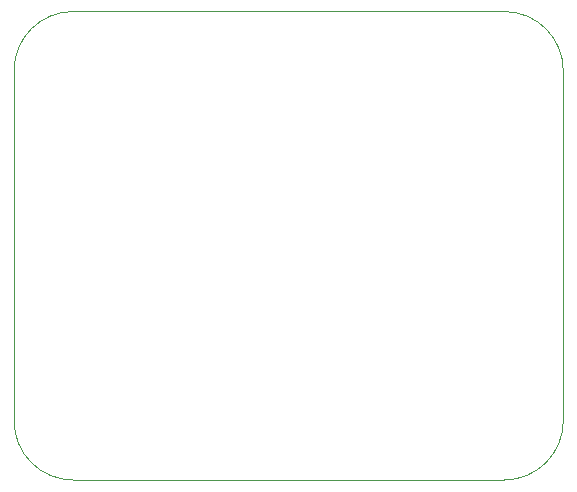
<source format=gbr>
%TF.GenerationSoftware,KiCad,Pcbnew,8.0.6*%
%TF.CreationDate,2024-11-07T10:06:34+11:00*%
%TF.ProjectId,mppt-board,6d707074-2d62-46f6-9172-642e6b696361,rev?*%
%TF.SameCoordinates,Original*%
%TF.FileFunction,Profile,NP*%
%FSLAX46Y46*%
G04 Gerber Fmt 4.6, Leading zero omitted, Abs format (unit mm)*
G04 Created by KiCad (PCBNEW 8.0.6) date 2024-11-07 10:06:34*
%MOMM*%
%LPD*%
G01*
G04 APERTURE LIST*
%TA.AperFunction,Profile*%
%ADD10C,0.050000*%
%TD*%
G04 APERTURE END LIST*
D10*
X67000000Y-49500000D02*
X103500000Y-49500000D01*
X103500000Y-89164466D02*
X67000000Y-89164466D01*
X108500000Y-54500000D02*
X108500000Y-84164466D01*
X67000000Y-89164466D02*
G75*
G02*
X61999934Y-84164466I0J5000066D01*
G01*
X108500000Y-84164466D02*
G75*
G02*
X103500000Y-89164460I-4999990J-4D01*
G01*
X62000000Y-84164466D02*
X62000000Y-54500000D01*
X62000000Y-54500000D02*
G75*
G02*
X67000000Y-49500000I5000000J0D01*
G01*
X103500000Y-49500000D02*
G75*
G02*
X108500000Y-54500000I0J-5000000D01*
G01*
M02*

</source>
